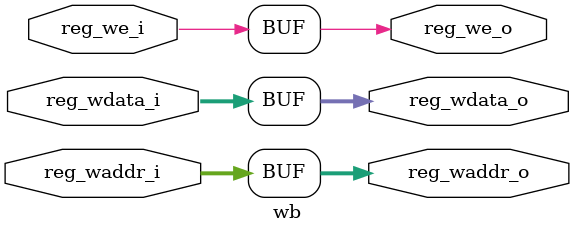
<source format=v>


module wb(



    // to regs
    input wire[31:0] reg_wdata_i,       // 写寄存器数据
    input wire reg_we_i,                   // 是否要写通用寄存器
    input wire[4:0] reg_waddr_i,   // 写通用寄存器地址


    // to regs
    output wire[31:0] reg_wdata_o,       // 写寄存器数据
    output wire reg_we_o,                   // 是否要写通用寄存器
    output wire[4:0] reg_waddr_o   // 写通用寄存器地址



    );


    assign reg_wdata_o=reg_wdata_i;      // 写寄存器数据
    assign reg_we_o=reg_we_i;                   // 是否要写通用寄存器
    assign reg_waddr_o=reg_waddr_i ; // 写通用寄存器地址



endmodule

</source>
